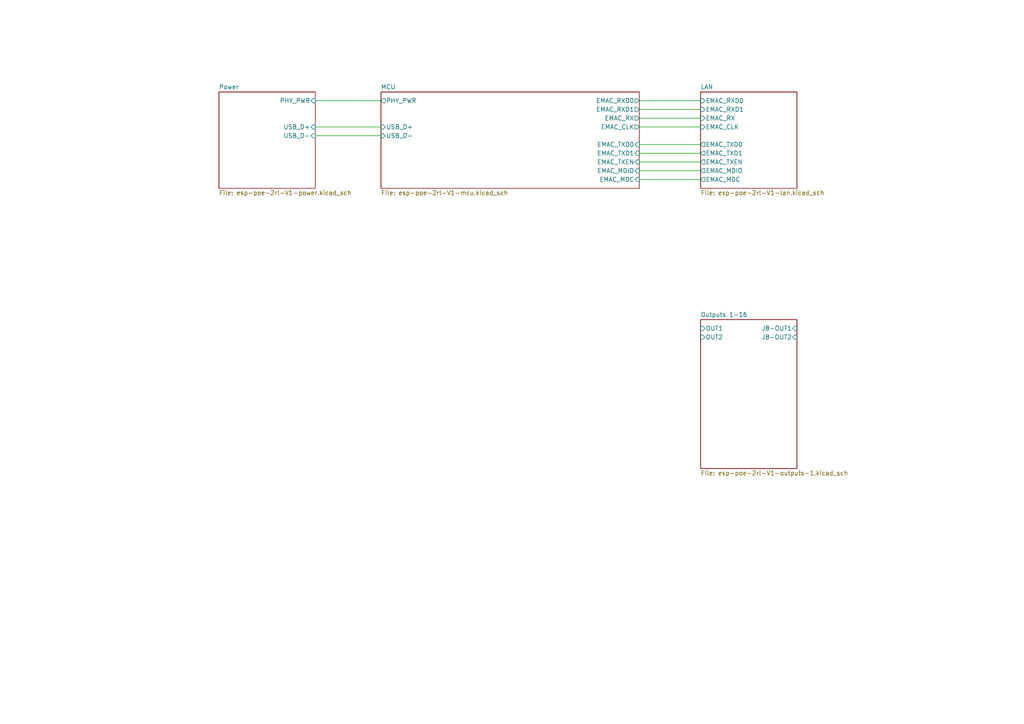
<source format=kicad_sch>
(kicad_sch (version 20230121) (generator eeschema)
  (paper "A4")
  (title_block (title "ESP 2x Relay Output Module with PoE") (date "2023-08-02") (rev "V1"))
  (lib_symbols)
  (wire (pts (xy 91.44 36.83) (xy 110.49 36.83)))
  (wire (pts (xy 185.42 41.91) (xy 203.2 41.91)))
  (wire (pts (xy 185.42 52.07) (xy 203.2 52.07)))
  (wire (pts (xy 91.44 29.21) (xy 110.49 29.21)))
  (wire (pts (xy 185.42 34.29) (xy 203.2 34.29)))
  (wire (pts (xy 185.42 31.75) (xy 203.2 31.75)))
  (wire (pts (xy 185.42 44.45) (xy 203.2 44.45)))
  (wire (pts (xy 185.42 49.53) (xy 203.2 49.53)))
  (wire (pts (xy 91.44 39.37) (xy 110.49 39.37)))
  (wire (pts (xy 185.42 46.99) (xy 203.2 46.99)))
  (wire (pts (xy 185.42 36.83) (xy 203.2 36.83)))
  (wire (pts (xy 185.42 29.21) (xy 203.2 29.21)))
  (sheet (at 203.2 92.71) (size 27.94 43.18) (stroke (width 0.1524))
    (property "Sheetname" "Outputs 1-16" (at 203.2 91.9984 0) (effects (justify left bottom)))
    (property "Sheetfile" "esp-poe-2rl-V1-outputs-1.kicad_sch" (at 203.2 136.4746 0) (effects (justify left top)))
    (pin "J8-OUT1" input (at 231.14 95.25 0))
    (pin "OUT1" input (at 203.2 95.25 180))
    (pin "OUT2" input (at 203.2 97.79 180))
    (pin "J8-OUT2" input (at 231.14 97.79 0))
  )
  (sheet (at 63.5 26.67) (size 27.94 27.94) (stroke (width 0.1524))
    (property "Sheetname" "Power" (at 63.5 25.9584 0) (effects (justify left bottom)))
    (property "Sheetfile" "esp-poe-2rl-V1-power.kicad_sch" (at 63.5 55.1946 0) (effects (justify left top)))
    (pin "PHY_PWR" input (at 91.44 29.21 0))
    (pin "USB_D+" input (at 91.44 36.83 0))
    (pin "USB_D-" input (at 91.44 39.37 0))
  )
  (sheet (at 203.2 26.67) (size 27.94 27.94) (stroke (width 0.1524))
    (property "Sheetname" "LAN" (at 203.2 25.9584 0) (effects (justify left bottom)))
    (property "Sheetfile" "esp-poe-2rl-V1-lan.kicad_sch" (at 203.2 55.1946 0) (effects (justify left top)))
    (pin "EMAC_RX" input (at 203.2 34.29 180))
    (pin "EMAC_MDIO" output (at 203.2 49.53 180))
    (pin "EMAC_TXD0" output (at 203.2 41.91 180))
    (pin "EMAC_TXD1" output (at 203.2 44.45 180))
    (pin "EMAC_TXEN" output (at 203.2 46.99 180))
    (pin "EMAC_RXD1" input (at 203.2 31.75 180))
    (pin "EMAC_RXD0" input (at 203.2 29.21 180))
    (pin "EMAC_MDC" output (at 203.2 52.07 180))
    (pin "EMAC_CLK" input (at 203.2 36.83 180))
  )
  (sheet (at 110.49 26.67) (size 74.93 27.94) (stroke (width 0.1524))
    (property "Sheetname" "MCU" (at 110.49 25.9584 0) (effects (justify left bottom)))
    (property "Sheetfile" "esp-poe-2rl-V1-mcu.kicad_sch" (at 110.49 55.1946 0) (effects (justify left top)))
    (pin "PHY_PWR" output (at 110.49 29.21 180))
    (pin "EMAC_MDIO" input (at 185.42 49.53 0))
    (pin "EMAC_TXD0" input (at 185.42 41.91 0))
    (pin "EMAC_CLK" output (at 185.42 36.83 0))
    (pin "EMAC_MDC" input (at 185.42 52.07 0))
    (pin "EMAC_RXD0" output (at 185.42 29.21 0))
    (pin "EMAC_TXEN" input (at 185.42 46.99 0))
    (pin "EMAC_TXD1" input (at 185.42 44.45 0))
    (pin "EMAC_RXD1" output (at 185.42 31.75 0))
    (pin "EMAC_RX" output (at 185.42 34.29 0))
    (pin "USB_D+" input (at 110.49 36.83 180))
    (pin "USB_D-" input (at 110.49 39.37 180))
  )
)
</source>
